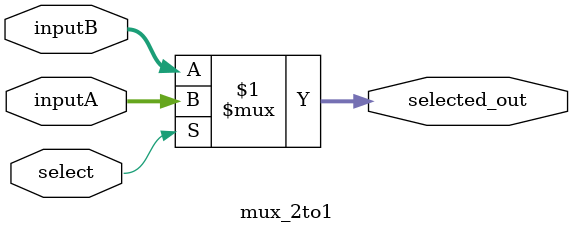
<source format=v>
module mux_2to1 #(
    parameter DATAWIDTH = 32
) (
    input [DATAWIDTH-1:0] inputA, inputB,
    input  select,
    output [DATAWIDTH-1:0] selected_out
);

    assign selected_out = select ? inputA : inputB;
endmodule

</source>
